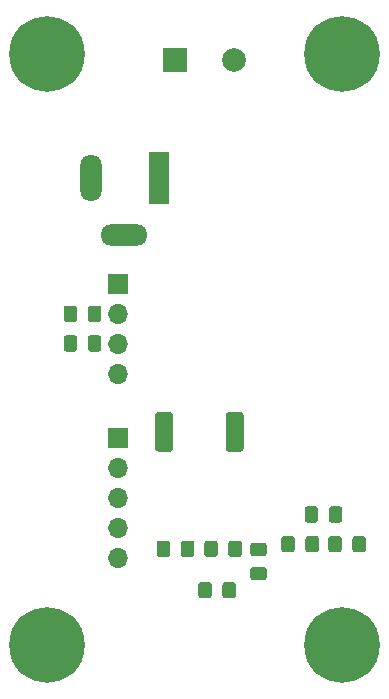
<source format=gbr>
%TF.GenerationSoftware,KiCad,Pcbnew,(5.1.6-0-10_14)*%
%TF.CreationDate,2021-01-02T16:58:20+01:00*%
%TF.ProjectId,driver-v2,64726976-6572-42d7-9632-2e6b69636164,rev?*%
%TF.SameCoordinates,Original*%
%TF.FileFunction,Soldermask,Bot*%
%TF.FilePolarity,Negative*%
%FSLAX46Y46*%
G04 Gerber Fmt 4.6, Leading zero omitted, Abs format (unit mm)*
G04 Created by KiCad (PCBNEW (5.1.6-0-10_14)) date 2021-01-02 16:58:20*
%MOMM*%
%LPD*%
G01*
G04 APERTURE LIST*
%ADD10C,6.400000*%
%ADD11R,2.000000X2.000000*%
%ADD12C,2.000000*%
%ADD13O,4.000000X1.800000*%
%ADD14O,1.800000X4.000000*%
%ADD15R,1.800000X4.400000*%
%ADD16R,1.700000X1.700000*%
%ADD17O,1.700000X1.700000*%
G04 APERTURE END LIST*
D10*
%TO.C,REF\u002A\u002A*%
X25000000Y-70000000D03*
%TD*%
%TO.C,REF\u002A\u002A*%
X25000000Y-20000000D03*
%TD*%
%TO.C,REF\u002A\u002A*%
X50000000Y-70000000D03*
%TD*%
%TO.C,REF\u002A\u002A*%
X50000000Y-20000000D03*
%TD*%
D11*
%TO.C,C1*%
X35800000Y-20500000D03*
D12*
X40800000Y-20500000D03*
%TD*%
%TO.C,C2*%
G36*
G01*
X50850000Y-61950001D02*
X50850000Y-61049999D01*
G75*
G02*
X51099999Y-60800000I249999J0D01*
G01*
X51750001Y-60800000D01*
G75*
G02*
X52000000Y-61049999I0J-249999D01*
G01*
X52000000Y-61950001D01*
G75*
G02*
X51750001Y-62200000I-249999J0D01*
G01*
X51099999Y-62200000D01*
G75*
G02*
X50850000Y-61950001I0J249999D01*
G01*
G37*
G36*
G01*
X48800000Y-61950001D02*
X48800000Y-61049999D01*
G75*
G02*
X49049999Y-60800000I249999J0D01*
G01*
X49700001Y-60800000D01*
G75*
G02*
X49950000Y-61049999I0J-249999D01*
G01*
X49950000Y-61950001D01*
G75*
G02*
X49700001Y-62200000I-249999J0D01*
G01*
X49049999Y-62200000D01*
G75*
G02*
X48800000Y-61950001I0J249999D01*
G01*
G37*
%TD*%
%TO.C,C4*%
G36*
G01*
X46800000Y-59450001D02*
X46800000Y-58549999D01*
G75*
G02*
X47049999Y-58300000I249999J0D01*
G01*
X47700001Y-58300000D01*
G75*
G02*
X47950000Y-58549999I0J-249999D01*
G01*
X47950000Y-59450001D01*
G75*
G02*
X47700001Y-59700000I-249999J0D01*
G01*
X47049999Y-59700000D01*
G75*
G02*
X46800000Y-59450001I0J249999D01*
G01*
G37*
G36*
G01*
X48850000Y-59450001D02*
X48850000Y-58549999D01*
G75*
G02*
X49099999Y-58300000I249999J0D01*
G01*
X49750001Y-58300000D01*
G75*
G02*
X50000000Y-58549999I0J-249999D01*
G01*
X50000000Y-59450001D01*
G75*
G02*
X49750001Y-59700000I-249999J0D01*
G01*
X49099999Y-59700000D01*
G75*
G02*
X48850000Y-59450001I0J249999D01*
G01*
G37*
%TD*%
D13*
%TO.C,J1*%
X31500000Y-35300000D03*
D14*
X28700000Y-30500000D03*
D15*
X34500000Y-30500000D03*
%TD*%
D16*
%TO.C,LS1*%
X31000000Y-52500000D03*
D17*
X31000000Y-55040000D03*
X31000000Y-57580000D03*
X31000000Y-60120000D03*
X31000000Y-62660000D03*
%TD*%
%TO.C,R1*%
G36*
G01*
X43350001Y-62525000D02*
X42449999Y-62525000D01*
G75*
G02*
X42200000Y-62275001I0J249999D01*
G01*
X42200000Y-61624999D01*
G75*
G02*
X42449999Y-61375000I249999J0D01*
G01*
X43350001Y-61375000D01*
G75*
G02*
X43600000Y-61624999I0J-249999D01*
G01*
X43600000Y-62275001D01*
G75*
G02*
X43350001Y-62525000I-249999J0D01*
G01*
G37*
G36*
G01*
X43350001Y-64575000D02*
X42449999Y-64575000D01*
G75*
G02*
X42200000Y-64325001I0J249999D01*
G01*
X42200000Y-63674999D01*
G75*
G02*
X42449999Y-63425000I249999J0D01*
G01*
X43350001Y-63425000D01*
G75*
G02*
X43600000Y-63674999I0J-249999D01*
G01*
X43600000Y-64325001D01*
G75*
G02*
X43350001Y-64575000I-249999J0D01*
G01*
G37*
%TD*%
%TO.C,R2*%
G36*
G01*
X48025000Y-61049999D02*
X48025000Y-61950001D01*
G75*
G02*
X47775001Y-62200000I-249999J0D01*
G01*
X47124999Y-62200000D01*
G75*
G02*
X46875000Y-61950001I0J249999D01*
G01*
X46875000Y-61049999D01*
G75*
G02*
X47124999Y-60800000I249999J0D01*
G01*
X47775001Y-60800000D01*
G75*
G02*
X48025000Y-61049999I0J-249999D01*
G01*
G37*
G36*
G01*
X45975000Y-61049999D02*
X45975000Y-61950001D01*
G75*
G02*
X45725001Y-62200000I-249999J0D01*
G01*
X45074999Y-62200000D01*
G75*
G02*
X44825000Y-61950001I0J249999D01*
G01*
X44825000Y-61049999D01*
G75*
G02*
X45074999Y-60800000I249999J0D01*
G01*
X45725001Y-60800000D01*
G75*
G02*
X45975000Y-61049999I0J-249999D01*
G01*
G37*
%TD*%
%TO.C,R3*%
G36*
G01*
X34150000Y-53425001D02*
X34150000Y-50574999D01*
G75*
G02*
X34399999Y-50325000I249999J0D01*
G01*
X35425001Y-50325000D01*
G75*
G02*
X35675000Y-50574999I0J-249999D01*
G01*
X35675000Y-53425001D01*
G75*
G02*
X35425001Y-53675000I-249999J0D01*
G01*
X34399999Y-53675000D01*
G75*
G02*
X34150000Y-53425001I0J249999D01*
G01*
G37*
G36*
G01*
X40125000Y-53425001D02*
X40125000Y-50574999D01*
G75*
G02*
X40374999Y-50325000I249999J0D01*
G01*
X41400001Y-50325000D01*
G75*
G02*
X41650000Y-50574999I0J-249999D01*
G01*
X41650000Y-53425001D01*
G75*
G02*
X41400001Y-53675000I-249999J0D01*
G01*
X40374999Y-53675000D01*
G75*
G02*
X40125000Y-53425001I0J249999D01*
G01*
G37*
%TD*%
%TO.C,R4*%
G36*
G01*
X36325000Y-62350001D02*
X36325000Y-61449999D01*
G75*
G02*
X36574999Y-61200000I249999J0D01*
G01*
X37225001Y-61200000D01*
G75*
G02*
X37475000Y-61449999I0J-249999D01*
G01*
X37475000Y-62350001D01*
G75*
G02*
X37225001Y-62600000I-249999J0D01*
G01*
X36574999Y-62600000D01*
G75*
G02*
X36325000Y-62350001I0J249999D01*
G01*
G37*
G36*
G01*
X34275000Y-62350001D02*
X34275000Y-61449999D01*
G75*
G02*
X34524999Y-61200000I249999J0D01*
G01*
X35175001Y-61200000D01*
G75*
G02*
X35425000Y-61449999I0J-249999D01*
G01*
X35425000Y-62350001D01*
G75*
G02*
X35175001Y-62600000I-249999J0D01*
G01*
X34524999Y-62600000D01*
G75*
G02*
X34275000Y-62350001I0J249999D01*
G01*
G37*
%TD*%
%TO.C,R5*%
G36*
G01*
X38300000Y-62350001D02*
X38300000Y-61449999D01*
G75*
G02*
X38549999Y-61200000I249999J0D01*
G01*
X39200001Y-61200000D01*
G75*
G02*
X39450000Y-61449999I0J-249999D01*
G01*
X39450000Y-62350001D01*
G75*
G02*
X39200001Y-62600000I-249999J0D01*
G01*
X38549999Y-62600000D01*
G75*
G02*
X38300000Y-62350001I0J249999D01*
G01*
G37*
G36*
G01*
X40350000Y-62350001D02*
X40350000Y-61449999D01*
G75*
G02*
X40599999Y-61200000I249999J0D01*
G01*
X41250001Y-61200000D01*
G75*
G02*
X41500000Y-61449999I0J-249999D01*
G01*
X41500000Y-62350001D01*
G75*
G02*
X41250001Y-62600000I-249999J0D01*
G01*
X40599999Y-62600000D01*
G75*
G02*
X40350000Y-62350001I0J249999D01*
G01*
G37*
%TD*%
D16*
%TO.C,REMOTE1*%
X31000000Y-39500000D03*
D17*
X31000000Y-42040000D03*
X31000000Y-44580000D03*
X31000000Y-47120000D03*
%TD*%
%TO.C,Ren1*%
G36*
G01*
X26400000Y-42450001D02*
X26400000Y-41549999D01*
G75*
G02*
X26649999Y-41300000I249999J0D01*
G01*
X27300001Y-41300000D01*
G75*
G02*
X27550000Y-41549999I0J-249999D01*
G01*
X27550000Y-42450001D01*
G75*
G02*
X27300001Y-42700000I-249999J0D01*
G01*
X26649999Y-42700000D01*
G75*
G02*
X26400000Y-42450001I0J249999D01*
G01*
G37*
G36*
G01*
X28450000Y-42450001D02*
X28450000Y-41549999D01*
G75*
G02*
X28699999Y-41300000I249999J0D01*
G01*
X29350001Y-41300000D01*
G75*
G02*
X29600000Y-41549999I0J-249999D01*
G01*
X29600000Y-42450001D01*
G75*
G02*
X29350001Y-42700000I-249999J0D01*
G01*
X28699999Y-42700000D01*
G75*
G02*
X28450000Y-42450001I0J249999D01*
G01*
G37*
%TD*%
%TO.C,Riset1*%
G36*
G01*
X41000000Y-64949999D02*
X41000000Y-65850001D01*
G75*
G02*
X40750001Y-66100000I-249999J0D01*
G01*
X40099999Y-66100000D01*
G75*
G02*
X39850000Y-65850001I0J249999D01*
G01*
X39850000Y-64949999D01*
G75*
G02*
X40099999Y-64700000I249999J0D01*
G01*
X40750001Y-64700000D01*
G75*
G02*
X41000000Y-64949999I0J-249999D01*
G01*
G37*
G36*
G01*
X38950000Y-64949999D02*
X38950000Y-65850001D01*
G75*
G02*
X38700001Y-66100000I-249999J0D01*
G01*
X38049999Y-66100000D01*
G75*
G02*
X37800000Y-65850001I0J249999D01*
G01*
X37800000Y-64949999D01*
G75*
G02*
X38049999Y-64700000I249999J0D01*
G01*
X38700001Y-64700000D01*
G75*
G02*
X38950000Y-64949999I0J-249999D01*
G01*
G37*
%TD*%
%TO.C,Rpwm1*%
G36*
G01*
X28450000Y-44950001D02*
X28450000Y-44049999D01*
G75*
G02*
X28699999Y-43800000I249999J0D01*
G01*
X29350001Y-43800000D01*
G75*
G02*
X29600000Y-44049999I0J-249999D01*
G01*
X29600000Y-44950001D01*
G75*
G02*
X29350001Y-45200000I-249999J0D01*
G01*
X28699999Y-45200000D01*
G75*
G02*
X28450000Y-44950001I0J249999D01*
G01*
G37*
G36*
G01*
X26400000Y-44950001D02*
X26400000Y-44049999D01*
G75*
G02*
X26649999Y-43800000I249999J0D01*
G01*
X27300001Y-43800000D01*
G75*
G02*
X27550000Y-44049999I0J-249999D01*
G01*
X27550000Y-44950001D01*
G75*
G02*
X27300001Y-45200000I-249999J0D01*
G01*
X26649999Y-45200000D01*
G75*
G02*
X26400000Y-44950001I0J249999D01*
G01*
G37*
%TD*%
M02*

</source>
